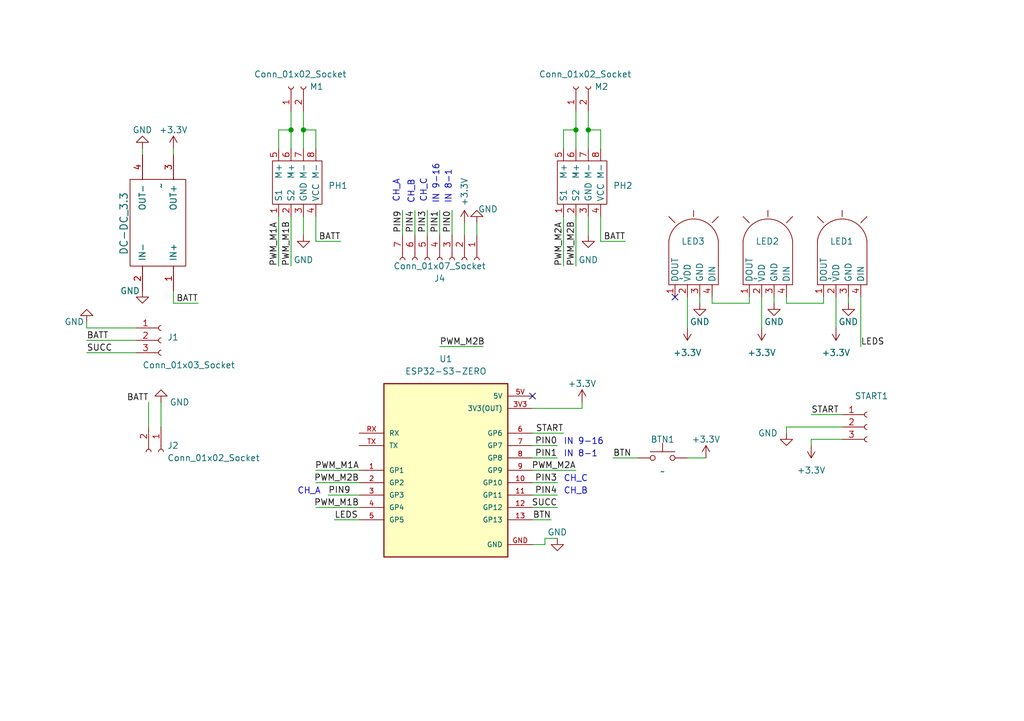
<source format=kicad_sch>
(kicad_sch (version 20250114) (generator "eeschema") (generator_version "9.0")
  (paper "A5")
  (lib_symbols
    (symbol "Connector:Conn_01x02_Socket" (pin_names (offset 1.016) (hide yes))
      (property "Reference" "J" (at 0 2.54 0))
      (property "Value" "Conn_01x02_Socket" (at 0 -5.08 0))
      (symbol "Conn_01x02_Socket_1_1"
        (polyline (pts (xy -1.27 0) (xy -0.508 0)) (stroke (width 0.1524)))
        (polyline (pts (xy -1.27 -2.54) (xy -0.508 -2.54)) (stroke (width 0.1524)))
        (arc (start 0 -0.508) (mid -0.5058 0) (end 0 0.508) (stroke (width 0.1524)))
        (arc (start 0 -3.048) (mid -0.5058 -2.54) (end 0 -2.032) (stroke (width 0.1524)))
        (pin passive line (at -5.08 0 0) (length 3.81) (name "Pin_1") (number "1"))
        (pin passive line (at -5.08 -2.54 0) (length 3.81) (name "Pin_2") (number "2"))
      )
    )
    (symbol "Connector:Conn_01x03_Socket" (pin_names (offset 1.016) (hide yes))
      (property "Reference" "J" (at 0 5.08 0))
      (property "Value" "Conn_01x03_Socket" (at 0 -5.08 0))
      (symbol "Conn_01x03_Socket_1_1"
        (polyline (pts (xy -1.27 2.54) (xy -0.508 2.54)) (stroke (width 0.1524)))
        (polyline (pts (xy -1.27 0) (xy -0.508 0)) (stroke (width 0.1524)))
        (polyline (pts (xy -1.27 -2.54) (xy -0.508 -2.54)) (stroke (width 0.1524)))
        (arc (start 0 2.032) (mid -0.5058 2.54) (end 0 3.048) (stroke (width 0.1524)))
        (arc (start 0 -0.508) (mid -0.5058 0) (end 0 0.508) (stroke (width 0.1524)))
        (arc (start 0 -3.048) (mid -0.5058 -2.54) (end 0 -2.032) (stroke (width 0.1524)))
        (pin passive line (at -5.08 2.54 0) (length 3.81) (name "Pin_1") (number "1"))
        (pin passive line (at -5.08 0 0) (length 3.81) (name "Pin_2") (number "2"))
        (pin passive line (at -5.08 -2.54 0) (length 3.81) (name "Pin_3") (number "3"))
      )
    )
    (symbol "Connector:Conn_01x07_Socket" (pin_names (offset 1.016) (hide yes))
      (property "Reference" "J" (at 0 10.16 0))
      (property "Value" "Conn_01x07_Socket" (at 0 -10.16 0))
      (symbol "Conn_01x07_Socket_1_1"
        (polyline (pts (xy -1.27 7.62) (xy -0.508 7.62)) (stroke (width 0.1524)))
        (polyline (pts (xy -1.27 5.08) (xy -0.508 5.08)) (stroke (width 0.1524)))
        (polyline (pts (xy -1.27 2.54) (xy -0.508 2.54)) (stroke (width 0.1524)))
        (polyline (pts (xy -1.27 0) (xy -0.508 0)) (stroke (width 0.1524)))
        (polyline (pts (xy -1.27 -2.54) (xy -0.508 -2.54)) (stroke (width 0.1524)))
        (polyline (pts (xy -1.27 -5.08) (xy -0.508 -5.08)) (stroke (width 0.1524)))
        (polyline (pts (xy -1.27 -7.62) (xy -0.508 -7.62)) (stroke (width 0.1524)))
        (arc (start 0 7.112) (mid -0.5058 7.62) (end 0 8.128) (stroke (width 0.1524)))
        (arc (start 0 4.572) (mid -0.5058 5.08) (end 0 5.588) (stroke (width 0.1524)))
        (arc (start 0 2.032) (mid -0.5058 2.54) (end 0 3.048) (stroke (width 0.1524)))
        (arc (start 0 -0.508) (mid -0.5058 0) (end 0 0.508) (stroke (width 0.1524)))
        (arc (start 0 -3.048) (mid -0.5058 -2.54) (end 0 -2.032) (stroke (width 0.1524)))
        (arc (start 0 -5.588) (mid -0.5058 -5.08) (end 0 -4.572) (stroke (width 0.1524)))
        (arc (start 0 -8.128) (mid -0.5058 -7.62) (end 0 -7.112) (stroke (width 0.1524)))
        (pin passive line (at -5.08 7.62 0) (length 3.81) (name "Pin_1") (number "1"))
        (pin passive line (at -5.08 5.08 0) (length 3.81) (name "Pin_2") (number "2"))
        (pin passive line (at -5.08 2.54 0) (length 3.81) (name "Pin_3") (number "3"))
        (pin passive line (at -5.08 0 0) (length 3.81) (name "Pin_4") (number "4"))
        (pin passive line (at -5.08 -2.54 0) (length 3.81) (name "Pin_5") (number "5"))
        (pin passive line (at -5.08 -5.08 0) (length 3.81) (name "Pin_6") (number "6"))
        (pin passive line (at -5.08 -7.62 0) (length 3.81) (name "Pin_7") (number "7"))
      )
    )
    (symbol "MictlanTeam-Library:ESP32-S3-ZERO" (pin_names (offset 1.016))
      (property "Reference" "U" (at -12.7 18.542 0))
      (property "Value" "ESP32-S3-ZERO" (at -12.7 -20.32 0))
      (symbol "ESP32-S3-ZERO_0_0"
        (rectangle (start -12.7 17.78) (end 12.7 -17.78) (stroke (width 0.254)) (fill (type background)))
        (pin input line (at -17.78 7.62 0) (length 5.08) (name "RX") (number "RX"))
        (pin output line (at -17.78 5.08 0) (length 5.08) (name "TX") (number "TX"))
        (pin bidirectional line (at -17.78 0 0) (length 5.08) (name "GP1") (number "1"))
        (pin bidirectional line (at -17.78 -2.54 0) (length 5.08) (name "GP2") (number "2"))
        (pin bidirectional line (at -17.78 -5.08 0) (length 5.08) (name "GP3") (number "3"))
        (pin bidirectional line (at -17.78 -7.62 0) (length 5.08) (name "GP4") (number "4"))
        (pin bidirectional line (at -17.78 -10.16 0) (length 5.08) (name "GP5") (number "5"))
        (pin power_in line (at 17.78 15.24 180) (length 5.08) (name "5V") (number "5V"))
        (pin power_in line (at 17.78 12.7 180) (length 5.08) (name "3V3(OUT)") (number "3V3"))
        (pin bidirectional line (at 17.78 7.62 180) (length 5.08) (name "GP6") (number "6"))
        (pin bidirectional line (at 17.78 5.08 180) (length 5.08) (name "GP7") (number "7"))
        (pin bidirectional line (at 17.78 2.54 180) (length 5.08) (name "GP8") (number "8"))
        (pin bidirectional line (at 17.78 0 180) (length 5.08) (name "GP9") (number "9"))
        (pin bidirectional line (at 17.78 -2.54 180) (length 5.08) (name "GP10") (number "10"))
        (pin bidirectional line (at 17.78 -5.08 180) (length 5.08) (name "GP11") (number "11"))
        (pin bidirectional line (at 17.78 -7.62 180) (length 5.08) (name "GP12") (number "12"))
        (pin bidirectional line (at 17.78 -10.16 180) (length 5.08) (name "GP13") (number "13"))
        (pin power_in line (at 17.78 -15.24 180) (length 5.08) (name "GND") (number "GND"))
      )
    )
    (symbol "custom_symbols:Button" (pin_numbers (hide yes)) (pin_names (offset 1.016) (hide yes))
      (property "Reference" "BTN" (at 1.27 2.54 0))
      (symbol "Button_0_1"
        (circle (center -2.032 0) (radius 0.508))
        (polyline (pts (xy 0 1.27) (xy 0 3.048)))
        (circle (center 2.032 0) (radius 0.508))
        (polyline (pts (xy 2.54 1.27) (xy -2.54 1.27)))
        (pin passive line (at -5.08 0 0) (length 2.54) (name "1") (number "1"))
        (pin passive line (at 5.08 0 180) (length 2.54) (name "2") (number "2"))
      )
    )
    (symbol "custom_symbols:Led_5mm_WS2812D_"
      (property "Reference" "LED" (at 2.54 6.35 0))
      (symbol "Led_5mm_WS2812D__0_1"
        (polyline (pts (xy -2.54 -1.27) (xy -2.54 7.62)))
        (polyline (pts (xy -2.54 -1.27) (xy 7.62 -1.27)))
        (polyline (pts (xy -1.27 11.43) (xy -2.54 12.7)))
        (polyline (pts (xy 2.54 12.7) (xy 2.54 13.97)))
        (arc (start -2.54 7.62) (mid 2.54 12.2078) (end 7.62 7.62))
        (polyline (pts (xy 6.35 11.43) (xy 7.62 12.7)))
        (polyline (pts (xy 7.62 -1.27) (xy 7.62 7.62)))
      )
      (symbol "Led_5mm_WS2812D__1_1"
        (pin input line (at -1.27 -3.81 90) (length 2.54) (name "DOUT") (number "1"))
        (pin power_in line (at 1.27 -3.81 90) (length 2.54) (name "VDD") (number "2"))
        (pin power_out line (at 3.81 -3.81 90) (length 2.54) (name "GND") (number "3"))
        (pin input line (at 6.35 -3.81 90) (length 2.54) (name "DIN") (number "4"))
      )
    )
    (symbol "custom_symbols:Mini360" (pin_names (offset 1.016))
      (property "Reference" "DC-DC_3.3" (at 6.35 7.62 0))
      (property "Value" "~" (at 7.62 0 0))
      (symbol "Mini360_0_1"
        (rectangle (start -8.89 6.35) (end 8.89 -5.08))
      )
      (symbol "Mini360_1_1"
        (pin input line (at -13.97 3.81 0) (length 5.08) (name "IN-") (number "2"))
        (pin power_in line (at -13.97 -2.54 0) (length 5.08) (name "IN+") (number "1"))
        (pin output line (at 13.97 3.81 180) (length 5.08) (name "OUT-") (number "4"))
        (pin power_in line (at 13.97 -2.54 180) (length 5.08) (name "OUT+") (number "3"))
      )
    )
    (symbol "custom_symbols:RZ7886"
      (property "Reference" "U" (at -5.08 -1.27 0))
      (symbol "RZ7886_0_1"
        (rectangle (start -3.81 2.54) (end 6.35 -6.35))
      )
      (symbol "RZ7886_1_1"
        (pin output line (at -2.54 5.08 270) (length 2.54) (name "M+") (number "5"))
        (pin input line (at -2.54 -8.89 90) (length 2.54) (name "S1") (number "1"))
        (pin output line (at 0 5.08 270) (length 2.54) (name "M+") (number "6"))
        (pin input line (at 0 -8.89 90) (length 2.54) (name "S2") (number "2"))
        (pin output line (at 2.54 5.08 270) (length 2.54) (name "M-") (number "7"))
        (pin power_in line (at 2.54 -8.89 90) (length 2.54) (name "GND") (number "3"))
        (pin output line (at 5.08 5.08 270) (length 2.54) (name "M-") (number "8"))
        (pin power_in line (at 5.08 -8.89 90) (length 2.54) (name "VCC") (number "4"))
      )
    )
    (symbol "power:+3.3V" (power) (pin_names (offset 0))
      (property "Value" "+3.3V" (at 0 3.556 0))
      (symbol "+3.3V_0_1"
        (polyline (pts (xy -0.762 1.27) (xy 0 2.54)))
        (polyline (pts (xy 0 2.54) (xy 0.762 1.27)))
        (polyline (pts (xy 0 0) (xy 0 2.54)))
      )
      (symbol "+3.3V_1_1"
        (pin power_in line (at 0 0 90) (length 0) (hide yes) (name "+3.3V") (number "1"))
      )
    )
    (symbol "power:GND" (power) (pin_names (offset 0))
      (property "Value" "GND" (at 0 -3.81 0))
      (symbol "GND_0_1"
        (polyline (pts (xy 0 0) (xy 0 -1.27) (xy 1.27 -1.27) (xy 0 -2.54) (xy -1.27 -1.27) (xy 0 -1.27)))
      )
      (symbol "GND_1_1"
        (pin power_in line (at 0 0 270) (length 0) (hide yes) (name "GND") (number "1"))
      )
    )
  )
  (text "CH_C" (at 87.63 41.656 90) (effects (font (size 1.27 1.27)) (justify left bottom)))
  (text "CH_C" (at 115.57 99.06 0) (effects (font (size 1.27 1.27)) (justify left bottom)))
  (text "IN 8-1" (at 92.71 41.91 90) (effects (font (size 1.27 1.27)) (justify left bottom)))
  (text "CH_B" (at 85.09 41.91 90) (effects (font (size 1.27 1.27)) (justify left bottom)))
  (text "IN 8-1" (at 115.57 93.98 0) (effects (font (size 1.27 1.27)) (justify left bottom)))
  (text "CH_A" (at 82.042 41.656 90) (effects (font (size 1.27 1.27)) (justify left bottom)))
  (text "CH_A" (at 60.96 101.6 0) (effects (font (size 1.27 1.27)) (justify left bottom)))
  (text "IN 9-16" (at 115.57 91.44 0) (effects (font (size 1.27 1.27)) (justify left bottom)))
  (text "IN 9-16" (at 90.17 41.91 90) (effects (font (size 1.27 1.27)) (justify left bottom)))
  (text "CH_B" (at 115.57 101.6 0) (effects (font (size 1.27 1.27)) (justify left bottom)))
  (junction (at 118.11 26.67))
  (junction (at 59.69 26.67))
  (junction (at 62.23 26.67))
  (junction (at 120.65 26.67))
  (no_connect (at 109.22 81.28))
  (no_connect (at 138.43 60.96))
  (wire (pts (xy 30.48 82.55) (xy 30.48 87.63)))
  (wire (pts (xy 64.77 49.53) (xy 69.85 49.53)))
  (wire (pts (xy 161.29 88.9) (xy 161.29 87.63)))
  (wire (pts (xy 120.65 26.67) (xy 120.65 30.48)))
  (wire (pts (xy 62.23 22.86) (xy 62.23 26.67)))
  (wire (pts (xy 123.19 26.67) (xy 120.65 26.67)))
  (wire (pts (xy 168.91 62.23) (xy 168.91 60.96)))
  (wire (pts (xy 120.65 44.45) (xy 120.65 48.26)))
  (wire (pts (xy 64.77 26.67) (xy 62.23 26.67)))
  (wire (pts (xy 64.77 30.48) (xy 64.77 26.67)))
  (wire (pts (xy 140.97 93.98) (xy 144.78 93.98)))
  (wire (pts (xy 111.76 110.49) (xy 114.3 110.49)))
  (wire (pts (xy 114.3 104.14) (xy 109.22 104.14)))
  (wire (pts (xy 90.17 48.26) (xy 90.17 43.18)))
  (wire (pts (xy 115.57 30.48) (xy 115.57 26.67)))
  (wire (pts (xy 59.69 26.67) (xy 59.69 30.48)))
  (wire (pts (xy 17.78 67.31) (xy 27.94 67.31)))
  (wire (pts (xy 113.03 106.68) (xy 109.22 106.68)))
  (wire (pts (xy 59.69 22.86) (xy 59.69 26.67)))
  (wire (pts (xy 35.56 30.48) (xy 35.56 31.75)))
  (wire (pts (xy 123.19 49.53) (xy 128.27 49.53)))
  (wire (pts (xy 109.22 96.52) (xy 118.11 96.52)))
  (wire (pts (xy 68.58 106.68) (xy 73.66 106.68)))
  (wire (pts (xy 118.11 44.45) (xy 118.11 54.61)))
  (wire (pts (xy 57.15 26.67) (xy 59.69 26.67)))
  (wire (pts (xy 115.57 88.9) (xy 109.22 88.9)))
  (wire (pts (xy 57.15 30.48) (xy 57.15 26.67)))
  (wire (pts (xy 87.63 48.26) (xy 87.63 43.18)))
  (wire (pts (xy 95.25 48.26) (xy 95.25 45.72)))
  (wire (pts (xy 140.97 60.96) (xy 140.97 67.31)))
  (wire (pts (xy 62.23 44.45) (xy 62.23 48.26)))
  (wire (pts (xy 82.55 48.26) (xy 82.55 43.18)))
  (wire (pts (xy 92.71 48.26) (xy 92.71 43.18)))
  (wire (pts (xy 73.66 99.06) (xy 64.77 99.06)))
  (wire (pts (xy 97.79 45.72) (xy 97.79 48.26)))
  (wire (pts (xy 123.19 30.48) (xy 123.19 26.67)))
  (wire (pts (xy 109.22 99.06) (xy 114.3 99.06)))
  (wire (pts (xy 62.23 26.67) (xy 62.23 30.48)))
  (wire (pts (xy 153.67 62.23) (xy 153.67 60.96)))
  (wire (pts (xy 90.17 71.12) (xy 99.06 71.12)))
  (wire (pts (xy 33.02 82.55) (xy 33.02 87.63)))
  (wire (pts (xy 59.69 44.45) (xy 59.69 54.61)))
  (wire (pts (xy 156.21 60.96) (xy 156.21 67.31)))
  (wire (pts (xy 146.05 60.96) (xy 146.05 62.23)))
  (wire (pts (xy 166.37 91.44) (xy 166.37 90.17)))
  (wire (pts (xy 115.57 26.67) (xy 118.11 26.67)))
  (wire (pts (xy 120.65 22.86) (xy 120.65 26.67)))
  (wire (pts (xy 73.66 104.14) (xy 64.77 104.14)))
  (wire (pts (xy 64.77 49.53) (xy 64.77 44.45)))
  (wire (pts (xy 111.76 111.76) (xy 109.22 111.76)))
  (wire (pts (xy 118.11 26.67) (xy 118.11 30.48)))
  (wire (pts (xy 118.11 22.86) (xy 118.11 26.67)))
  (wire (pts (xy 73.66 96.52) (xy 64.77 96.52)))
  (wire (pts (xy 109.22 93.98) (xy 114.3 93.98)))
  (wire (pts (xy 176.53 71.12) (xy 176.53 60.96)))
  (wire (pts (xy 109.22 83.82) (xy 119.38 83.82)))
  (wire (pts (xy 125.73 93.98) (xy 130.81 93.98)))
  (wire (pts (xy 119.38 82.55) (xy 119.38 83.82)))
  (wire (pts (xy 109.22 91.44) (xy 114.3 91.44)))
  (wire (pts (xy 115.57 44.45) (xy 115.57 54.61)))
  (wire (pts (xy 29.21 30.48) (xy 29.21 31.75)))
  (wire (pts (xy 35.56 62.23) (xy 35.56 59.69)))
  (wire (pts (xy 35.56 62.23) (xy 40.64 62.23)))
  (wire (pts (xy 109.22 101.6) (xy 114.3 101.6)))
  (wire (pts (xy 158.75 60.96) (xy 158.75 62.23)))
  (wire (pts (xy 143.51 60.96) (xy 143.51 62.23)))
  (wire (pts (xy 153.67 62.23) (xy 146.05 62.23)))
  (wire (pts (xy 17.78 66.04) (xy 17.78 67.31)))
  (wire (pts (xy 161.29 87.63) (xy 172.72 87.63)))
  (wire (pts (xy 171.45 60.96) (xy 171.45 67.31)))
  (wire (pts (xy 161.29 60.96) (xy 161.29 62.23)))
  (wire (pts (xy 111.76 110.49) (xy 111.76 111.76)))
  (wire (pts (xy 57.15 44.45) (xy 57.15 54.61)))
  (wire (pts (xy 85.09 48.26) (xy 85.09 43.18)))
  (wire (pts (xy 67.31 101.6) (xy 73.66 101.6)))
  (wire (pts (xy 173.99 60.96) (xy 173.99 62.23)))
  (wire (pts (xy 161.29 62.23) (xy 168.91 62.23)))
  (wire (pts (xy 17.78 72.39) (xy 27.94 72.39)))
  (wire (pts (xy 123.19 44.45) (xy 123.19 49.53)))
  (wire (pts (xy 17.78 69.85) (xy 27.94 69.85)))
  (wire (pts (xy 166.37 85.09) (xy 172.72 85.09)))
  (wire (pts (xy 166.37 90.17) (xy 172.72 90.17)))
  (label "PIN1" (at 114.3 93.98 180))
  (label "PIN9" (at 67.31 101.6 0))
  (label "PWM_M2B" (at 118.11 54.61 90))
  (label "PIN4" (at 85.09 43.18 270))
  (label "START" (at 166.37 85.09 0))
  (label "PWM_M1A" (at 57.15 54.61 90))
  (label "PWM_M1B" (at 73.66 104.14 180))
  (label "PWM_M2A" (at 118.11 96.52 180))
  (label "PIN0" (at 114.3 91.44 180))
  (label "PIN3" (at 87.63 43.18 270))
  (label "PIN9" (at 82.55 43.18 270))
  (label "SUCC" (at 114.3 104.14 180))
  (label "PWM_M2B" (at 90.17 71.12 0))
  (label "PIN0" (at 92.71 43.18 270))
  (label "LEDS" (at 176.53 71.12 0))
  (label "PIN3" (at 114.3 99.06 180))
  (label "PWM_M2B" (at 73.66 99.06 180))
  (label "BTN" (at 113.03 106.68 180))
  (label "PWM_M1B" (at 59.69 54.61 90))
  (label "BTN" (at 125.73 93.98 0))
  (label "BATT" (at 69.85 49.53 180))
  (label "PIN1" (at 90.17 43.18 270))
  (label "BATT" (at 40.64 62.23 180))
  (label "PWM_M2A" (at 115.57 54.61 90))
  (label "BATT" (at 30.48 82.55 180))
  (label "BATT" (at 128.27 49.53 180))
  (label "PIN4" (at 114.3 101.6 180))
  (label "BATT" (at 17.78 69.85 0))
  (label "START" (at 115.57 88.9 180))
  (label "SUCC" (at 17.78 72.39 0))
  (label "PWM_M1A" (at 73.66 96.52 180))
  (label "LEDS" (at 68.58 106.68 0))
  (symbol (lib_id "Connector:Conn_01x03_Socket") (at 177.8 87.63 0) (unit 1)
    (property "Reference" "START1" (at 175.26 81.28 0) (effects (justify left)))
    (property "Value" "Conn_01x03_Socket" (effects (hide yes)))
    (property "Footprint" "Connector_PinHeader_2.54mm:PinHeader_1x03_P2.54mm_Vertical" (effects (hide yes)))
  )
  (symbol (lib_id "power:GND") (at 17.78 66.04 0) (mirror x) (unit 1)
    (property "Reference" "#PWR01" (effects (hide yes)))
    (property "Value" "GND" (at 15.24 66.04 0))
  )
  (symbol (lib_id "power:GND") (at 29.21 59.69 0) (unit 1)
    (property "Reference" "#PWR03" (effects (hide yes)))
    (property "Value" "GND" (at 26.67 59.69 0))
  )
  (symbol (lib_id "power:+3.3V") (at 35.56 30.48 0) (unit 1)
    (property "Reference" "#PWR05" (effects (hide yes)))
    (property "Value" "+3.3V" (at 35.56 26.67 0))
  )
  (symbol (lib_id "power:GND") (at 120.65 48.26 0) (unit 1)
    (property "Reference" "#PWR011" (effects (hide yes)))
    (property "Value" "GND" (at 120.65 53.34 0))
  )
  (symbol (lib_id "power:+3.3V") (at 119.38 82.55 0) (unit 1)
    (property "Reference" "#PWR010" (effects (hide yes)))
    (property "Value" "+3.3V" (at 119.38 78.74 0))
  )
  (symbol (lib_id "MictlanTeam-Library:ESP32-S3-ZERO") (at 91.44 96.52 0) (unit 1)
    (property "Reference" "U1" (at 91.44 73.66 0))
    (property "Value" "ESP32-S3-ZERO" (at 91.44 76.2 0))
    (property "Footprint" "MictlanTeam-Library:ESP32-S3-ZERO" (effects (hide yes)))
    (property "VERIFIER" "SAMUEL" (effects (hide yes)))
    (property "MP" "ESP32-S3-Zero" (effects (hide yes)))
  )
  (symbol (lib_id "custom_symbols:RZ7886") (at 59.69 35.56 0) (unit 1)
    (property "Reference" "PH1" (at 67.31 38.1 0) (effects (justify left)))
    (property "Value" "~" (at 59.69 35.56 0))
    (property "Footprint" "Package_DIP:DIP-8_W7.62mm" (effects (hide yes)))
  )
  (symbol (lib_id "power:+3.3V") (at 171.45 67.31 180) (unit 1)
    (property "Reference" "#PWR017" (effects (hide yes)))
    (property "Value" "+3.3V" (at 171.45 72.39 0))
  )
  (symbol (lib_id "power:GND") (at 97.79 45.72 180) (unit 1)
    (property "Reference" "#PWR07" (effects (hide yes)))
    (property "Value" "GND" (at 100.076 42.926 0))
  )
  (symbol (lib_id "power:+3.3V") (at 156.21 67.31 180) (unit 1)
    (property "Reference" "#PWR014" (effects (hide yes)))
    (property "Value" "+3.3V" (at 156.21 72.39 0))
  )
  (symbol (lib_id "custom_symbols:Mini360") (at 33.02 45.72 90) (unit 1)
    (property "Reference" "DC-DC_3.3" (at 25.4 39.37 0) (effects (font (size 1.524 1.524)) (justify right)))
    (property "Value" "~" (at 33.02 38.1 0) (effects (font (size 1.524 1.524))))
    (property "Footprint" "custom_footprints:DC-DC_3.3 CN3903" (effects (hide yes)))
  )
  (symbol (lib_id "custom_symbols:Button") (at 135.89 93.98 0) (unit 1)
    (property "Reference" "BTN1" (at 135.89 90.17 0))
    (property "Value" "~" (at 135.89 96.774 0))
    (property "Footprint" "Button_Switch_THT:SW_PUSH_6mm_H4.3mm" (effects (hide yes)))
  )
  (symbol (lib_id "power:GND") (at 161.29 88.9 0) (unit 1)
    (property "Reference" "#PWR013" (effects (hide yes)))
    (property "Value" "GND" (at 157.48 88.9 0))
  )
  (symbol (lib_id "custom_symbols:Led_5mm_WS2812D_") (at 139.7 57.15 0) (unit 1)
    (property "Reference" "LED3" (at 139.7 49.53 0) (effects (justify left)))
    (property "Value" "~" (at 139.7 57.15 0))
    (property "Footprint" "custom_footprints:LED_D5.0mm-4_RGB_Staggered_Pins" (effects (hide yes)))
  )
  (symbol (lib_id "Connector:Conn_01x02_Socket") (at 118.11 17.78 90) (unit 1)
    (property "Reference" "M2" (at 121.92 17.78 90) (effects (justify right)))
    (property "Value" "Conn_01x02_Socket" (at 110.49 15.24 90) (effects (justify right)))
    (property "Footprint" "custom_footprints:motor_pads" (effects (hide yes)))
  )
  (symbol (lib_id "power:+3.3V") (at 95.25 45.72 0) (unit 1)
    (property "Reference" "#PWR08" (effects (hide yes)))
    (property "Value" "+3.3V" (at 95.25 39.37 90))
  )
  (symbol (lib_id "power:GND") (at 114.3 110.49 0) (unit 1)
    (property "Reference" "#PWR09" (effects (hide yes)))
    (property "Value" "GND" (at 114.3 109.22 0))
  )
  (symbol (lib_id "power:GND") (at 143.51 62.23 0) (unit 1)
    (property "Reference" "#PWR018" (effects (hide yes)))
    (property "Value" "GND" (at 143.51 66.04 0))
  )
  (symbol (lib_id "Connector:Conn_01x02_Socket") (at 33.02 92.71 270) (unit 1)
    (property "Reference" "J2" (at 34.29 91.44 90) (effects (justify left)))
    (property "Value" "Conn_01x02_Socket" (at 34.29 93.98 90) (effects (justify left)))
    (property "Footprint" "Connector_PinHeader_2.54mm:PinHeader_1x02_P2.54mm_Vertical" (effects (hide yes)))
  )
  (symbol (lib_id "power:GND") (at 158.75 62.23 0) (unit 1)
    (property "Reference" "#PWR015" (effects (hide yes)))
    (property "Value" "GND" (at 158.75 66.04 0))
  )
  (symbol (lib_id "custom_symbols:Led_5mm_WS2812D_") (at 154.94 57.15 0) (unit 1)
    (property "Reference" "LED2" (at 154.94 49.53 0) (effects (justify left)))
    (property "Value" "~" (at 154.94 57.15 0))
    (property "Footprint" "custom_footprints:LED_D5.0mm-4_RGB_Staggered_Pins" (effects (hide yes)))
  )
  (symbol (lib_id "power:GND") (at 62.23 48.26 0) (unit 1)
    (property "Reference" "#PWR06" (effects (hide yes)))
    (property "Value" "GND" (at 62.23 53.34 0))
  )
  (symbol (lib_id "Connector:Conn_01x07_Socket") (at 90.17 53.34 270) (unit 1)
    (property "Reference" "J4" (at 90.17 57.15 90))
    (property "Value" "Conn_01x07_Socket" (at 90.17 54.61 90))
    (property "Footprint" "Connector_PinHeader_2.54mm:PinHeader_1x07_P2.54mm_Vertical" (effects (hide yes)))
  )
  (symbol (lib_id "power:GND") (at 33.02 82.55 180) (unit 1)
    (property "Reference" "#PWR04" (effects (hide yes)))
    (property "Value" "GND" (at 36.83 82.55 0))
  )
  (symbol (lib_id "Connector:Conn_01x03_Socket") (at 33.02 69.85 0) (unit 1)
    (property "Reference" "J1" (at 34.29 69.215 0) (effects (justify left)))
    (property "Value" "Conn_01x03_Socket" (at 29.21 74.93 0) (effects (justify left)))
    (property "Footprint" "Connector_PinHeader_2.54mm:PinHeader_1x03_P2.54mm_Vertical" (effects (hide yes)))
  )
  (symbol (lib_id "power:GND") (at 29.21 30.48 180) (unit 1)
    (property "Reference" "#PWR02" (effects (hide yes)))
    (property "Value" "GND" (at 29.21 26.67 0))
  )
  (symbol (lib_id "custom_symbols:RZ7886") (at 118.11 35.56 0) (unit 1)
    (property "Reference" "PH2" (at 125.73 38.1 0) (effects (justify left)))
    (property "Value" "~" (at 118.11 35.56 0))
    (property "Footprint" "Package_DIP:DIP-8_W7.62mm" (effects (hide yes)))
  )
  (symbol (lib_id "power:+3.3V") (at 144.78 93.98 0) (unit 1)
    (property "Reference" "#PWR021" (effects (hide yes)))
    (property "Value" "+3.3V" (at 144.78 90.17 0))
  )
  (symbol (lib_id "custom_symbols:Led_5mm_WS2812D_") (at 170.18 57.15 0) (unit 1)
    (property "Reference" "LED1" (at 170.18 49.53 0) (effects (justify left)))
    (property "Value" "~" (at 170.18 57.15 0))
    (property "Footprint" "custom_footprints:LED_D5.0mm-4_RGB_Staggered_Pins" (effects (hide yes)))
  )
  (symbol (lib_id "power:+3.3V") (at 166.37 91.44 180) (unit 1)
    (property "Reference" "#PWR012" (effects (hide yes)))
    (property "Value" "+3.3V" (at 166.37 96.52 0))
  )
  (symbol (lib_id "Connector:Conn_01x02_Socket") (at 59.69 17.78 90) (unit 1)
    (property "Reference" "M1" (at 63.5 17.78 90) (effects (justify right)))
    (property "Value" "Conn_01x02_Socket" (at 52.07 15.24 90) (effects (justify right)))
    (property "Footprint" "custom_footprints:motor_pads" (effects (hide yes)))
  )
  (symbol (lib_id "power:+3.3V") (at 140.97 67.31 180) (unit 1)
    (property "Reference" "#PWR016" (effects (hide yes)))
    (property "Value" "+3.3V" (at 140.97 72.39 0))
  )
  (symbol (lib_id "power:GND") (at 173.99 62.23 0) (unit 1)
    (property "Reference" "#PWR019" (effects (hide yes)))
    (property "Value" "GND" (at 173.99 66.04 0))
  )
)
</source>
